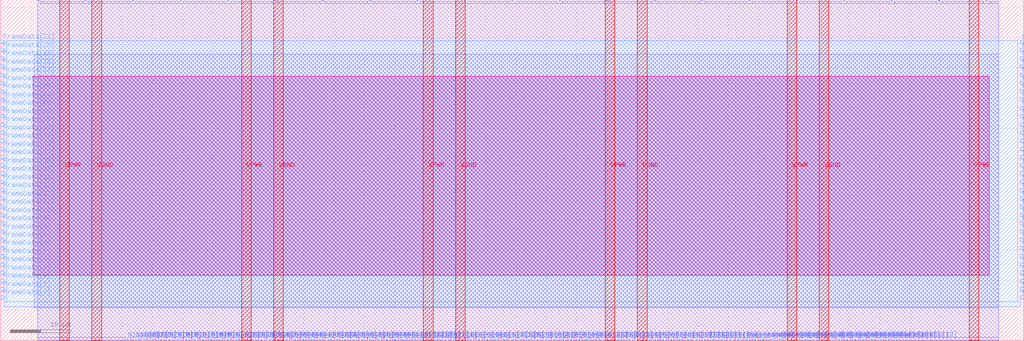
<source format=lef>
VERSION 5.7 ;
  NOWIREEXTENSIONATPIN ON ;
  DIVIDERCHAR "/" ;
  BUSBITCHARS "[]" ;
MACRO N_term_EF_SRAM
  CLASS BLOCK ;
  FOREIGN N_term_EF_SRAM ;
  ORIGIN 0.000 0.000 ;
  SIZE 168.750 BY 56.250 ;
  PIN FrameData[0]
    DIRECTION INPUT ;
    USE SIGNAL ;
    ANTENNAGATEAREA 0.631200 ;
    ANTENNADIFFAREA 0.434700 ;
    PORT
      LAYER met3 ;
        RECT 0.000 6.840 0.600 7.440 ;
    END
  END FrameData[0]
  PIN FrameData[10]
    DIRECTION INPUT ;
    USE SIGNAL ;
    ANTENNAGATEAREA 0.631200 ;
    ANTENNADIFFAREA 0.434700 ;
    PORT
      LAYER met3 ;
        RECT 0.000 20.440 0.600 21.040 ;
    END
  END FrameData[10]
  PIN FrameData[11]
    DIRECTION INPUT ;
    USE SIGNAL ;
    ANTENNAGATEAREA 0.631200 ;
    ANTENNADIFFAREA 0.434700 ;
    PORT
      LAYER met3 ;
        RECT 0.000 21.800 0.600 22.400 ;
    END
  END FrameData[11]
  PIN FrameData[12]
    DIRECTION INPUT ;
    USE SIGNAL ;
    ANTENNAGATEAREA 0.631200 ;
    ANTENNADIFFAREA 0.434700 ;
    PORT
      LAYER met3 ;
        RECT 0.000 23.160 0.600 23.760 ;
    END
  END FrameData[12]
  PIN FrameData[13]
    DIRECTION INPUT ;
    USE SIGNAL ;
    ANTENNAGATEAREA 0.631200 ;
    ANTENNADIFFAREA 0.434700 ;
    PORT
      LAYER met3 ;
        RECT 0.000 24.520 0.600 25.120 ;
    END
  END FrameData[13]
  PIN FrameData[14]
    DIRECTION INPUT ;
    USE SIGNAL ;
    ANTENNAGATEAREA 0.196500 ;
    PORT
      LAYER met3 ;
        RECT 0.000 25.880 0.600 26.480 ;
    END
  END FrameData[14]
  PIN FrameData[15]
    DIRECTION INPUT ;
    USE SIGNAL ;
    ANTENNAGATEAREA 0.631200 ;
    ANTENNADIFFAREA 0.434700 ;
    PORT
      LAYER met3 ;
        RECT 0.000 27.240 0.600 27.840 ;
    END
  END FrameData[15]
  PIN FrameData[16]
    DIRECTION INPUT ;
    USE SIGNAL ;
    ANTENNAGATEAREA 0.631200 ;
    ANTENNADIFFAREA 0.434700 ;
    PORT
      LAYER met3 ;
        RECT 0.000 28.600 0.600 29.200 ;
    END
  END FrameData[16]
  PIN FrameData[17]
    DIRECTION INPUT ;
    USE SIGNAL ;
    ANTENNAGATEAREA 0.631200 ;
    ANTENNADIFFAREA 0.434700 ;
    PORT
      LAYER met3 ;
        RECT 0.000 29.960 0.600 30.560 ;
    END
  END FrameData[17]
  PIN FrameData[18]
    DIRECTION INPUT ;
    USE SIGNAL ;
    ANTENNAGATEAREA 0.196500 ;
    PORT
      LAYER met3 ;
        RECT 0.000 31.320 0.600 31.920 ;
    END
  END FrameData[18]
  PIN FrameData[19]
    DIRECTION INPUT ;
    USE SIGNAL ;
    ANTENNAGATEAREA 0.631200 ;
    ANTENNADIFFAREA 0.434700 ;
    PORT
      LAYER met3 ;
        RECT 0.000 32.680 0.600 33.280 ;
    END
  END FrameData[19]
  PIN FrameData[1]
    DIRECTION INPUT ;
    USE SIGNAL ;
    ANTENNAGATEAREA 0.631200 ;
    ANTENNADIFFAREA 0.434700 ;
    PORT
      LAYER met3 ;
        RECT 0.000 8.200 0.600 8.800 ;
    END
  END FrameData[1]
  PIN FrameData[20]
    DIRECTION INPUT ;
    USE SIGNAL ;
    ANTENNAGATEAREA 0.196500 ;
    PORT
      LAYER met3 ;
        RECT 0.000 34.040 0.600 34.640 ;
    END
  END FrameData[20]
  PIN FrameData[21]
    DIRECTION INPUT ;
    USE SIGNAL ;
    ANTENNAGATEAREA 0.196500 ;
    PORT
      LAYER met3 ;
        RECT 0.000 35.400 0.600 36.000 ;
    END
  END FrameData[21]
  PIN FrameData[22]
    DIRECTION INPUT ;
    USE SIGNAL ;
    ANTENNAGATEAREA 0.631200 ;
    ANTENNADIFFAREA 0.434700 ;
    PORT
      LAYER met3 ;
        RECT 0.000 36.760 0.600 37.360 ;
    END
  END FrameData[22]
  PIN FrameData[23]
    DIRECTION INPUT ;
    USE SIGNAL ;
    ANTENNAGATEAREA 0.196500 ;
    PORT
      LAYER met3 ;
        RECT 0.000 38.120 0.600 38.720 ;
    END
  END FrameData[23]
  PIN FrameData[24]
    DIRECTION INPUT ;
    USE SIGNAL ;
    ANTENNAGATEAREA 0.631200 ;
    ANTENNADIFFAREA 0.434700 ;
    PORT
      LAYER met3 ;
        RECT 0.000 39.480 0.600 40.080 ;
    END
  END FrameData[24]
  PIN FrameData[25]
    DIRECTION INPUT ;
    USE SIGNAL ;
    ANTENNAGATEAREA 0.631200 ;
    ANTENNADIFFAREA 0.434700 ;
    PORT
      LAYER met3 ;
        RECT 0.000 40.840 0.600 41.440 ;
    END
  END FrameData[25]
  PIN FrameData[26]
    DIRECTION INPUT ;
    USE SIGNAL ;
    ANTENNAGATEAREA 0.631200 ;
    ANTENNADIFFAREA 0.434700 ;
    PORT
      LAYER met3 ;
        RECT 0.000 42.200 0.600 42.800 ;
    END
  END FrameData[26]
  PIN FrameData[27]
    DIRECTION INPUT ;
    USE SIGNAL ;
    ANTENNAGATEAREA 0.196500 ;
    PORT
      LAYER met3 ;
        RECT 0.000 43.560 0.600 44.160 ;
    END
  END FrameData[27]
  PIN FrameData[28]
    DIRECTION INPUT ;
    USE SIGNAL ;
    ANTENNAGATEAREA 0.196500 ;
    PORT
      LAYER met3 ;
        RECT 0.000 44.920 0.600 45.520 ;
    END
  END FrameData[28]
  PIN FrameData[29]
    DIRECTION INPUT ;
    USE SIGNAL ;
    ANTENNAGATEAREA 0.196500 ;
    PORT
      LAYER met3 ;
        RECT 0.000 46.280 0.600 46.880 ;
    END
  END FrameData[29]
  PIN FrameData[2]
    DIRECTION INPUT ;
    USE SIGNAL ;
    ANTENNAGATEAREA 0.631200 ;
    ANTENNADIFFAREA 0.434700 ;
    PORT
      LAYER met3 ;
        RECT 0.000 9.560 0.600 10.160 ;
    END
  END FrameData[2]
  PIN FrameData[30]
    DIRECTION INPUT ;
    USE SIGNAL ;
    ANTENNAGATEAREA 0.196500 ;
    PORT
      LAYER met3 ;
        RECT 0.000 47.640 0.600 48.240 ;
    END
  END FrameData[30]
  PIN FrameData[31]
    DIRECTION INPUT ;
    USE SIGNAL ;
    ANTENNAGATEAREA 0.631200 ;
    ANTENNADIFFAREA 0.434700 ;
    PORT
      LAYER met3 ;
        RECT 0.000 49.000 0.600 49.600 ;
    END
  END FrameData[31]
  PIN FrameData[3]
    DIRECTION INPUT ;
    USE SIGNAL ;
    ANTENNAGATEAREA 0.631200 ;
    ANTENNADIFFAREA 0.434700 ;
    PORT
      LAYER met3 ;
        RECT 0.000 10.920 0.600 11.520 ;
    END
  END FrameData[3]
  PIN FrameData[4]
    DIRECTION INPUT ;
    USE SIGNAL ;
    ANTENNAGATEAREA 0.631200 ;
    ANTENNADIFFAREA 0.434700 ;
    PORT
      LAYER met3 ;
        RECT 0.000 12.280 0.600 12.880 ;
    END
  END FrameData[4]
  PIN FrameData[5]
    DIRECTION INPUT ;
    USE SIGNAL ;
    ANTENNAGATEAREA 0.631200 ;
    ANTENNADIFFAREA 0.434700 ;
    PORT
      LAYER met3 ;
        RECT 0.000 13.640 0.600 14.240 ;
    END
  END FrameData[5]
  PIN FrameData[6]
    DIRECTION INPUT ;
    USE SIGNAL ;
    ANTENNAGATEAREA 0.631200 ;
    ANTENNADIFFAREA 0.434700 ;
    PORT
      LAYER met3 ;
        RECT 0.000 15.000 0.600 15.600 ;
    END
  END FrameData[6]
  PIN FrameData[7]
    DIRECTION INPUT ;
    USE SIGNAL ;
    ANTENNAGATEAREA 0.631200 ;
    ANTENNADIFFAREA 0.434700 ;
    PORT
      LAYER met3 ;
        RECT 0.000 16.360 0.600 16.960 ;
    END
  END FrameData[7]
  PIN FrameData[8]
    DIRECTION INPUT ;
    USE SIGNAL ;
    ANTENNAGATEAREA 0.631200 ;
    ANTENNADIFFAREA 0.434700 ;
    PORT
      LAYER met3 ;
        RECT 0.000 17.720 0.600 18.320 ;
    END
  END FrameData[8]
  PIN FrameData[9]
    DIRECTION INPUT ;
    USE SIGNAL ;
    ANTENNAGATEAREA 0.631200 ;
    ANTENNADIFFAREA 0.434700 ;
    PORT
      LAYER met3 ;
        RECT 0.000 19.080 0.600 19.680 ;
    END
  END FrameData[9]
  PIN FrameData_O[0]
    DIRECTION OUTPUT ;
    USE SIGNAL ;
    ANTENNADIFFAREA 0.445500 ;
    PORT
      LAYER met3 ;
        RECT 168.150 6.840 168.750 7.440 ;
    END
  END FrameData_O[0]
  PIN FrameData_O[10]
    DIRECTION OUTPUT ;
    USE SIGNAL ;
    ANTENNADIFFAREA 0.445500 ;
    PORT
      LAYER met3 ;
        RECT 168.150 20.440 168.750 21.040 ;
    END
  END FrameData_O[10]
  PIN FrameData_O[11]
    DIRECTION OUTPUT ;
    USE SIGNAL ;
    ANTENNADIFFAREA 0.445500 ;
    PORT
      LAYER met3 ;
        RECT 168.150 21.800 168.750 22.400 ;
    END
  END FrameData_O[11]
  PIN FrameData_O[12]
    DIRECTION OUTPUT ;
    USE SIGNAL ;
    ANTENNADIFFAREA 0.445500 ;
    PORT
      LAYER met3 ;
        RECT 168.150 23.160 168.750 23.760 ;
    END
  END FrameData_O[12]
  PIN FrameData_O[13]
    DIRECTION OUTPUT ;
    USE SIGNAL ;
    ANTENNADIFFAREA 0.445500 ;
    PORT
      LAYER met3 ;
        RECT 168.150 24.520 168.750 25.120 ;
    END
  END FrameData_O[13]
  PIN FrameData_O[14]
    DIRECTION OUTPUT ;
    USE SIGNAL ;
    ANTENNADIFFAREA 0.445500 ;
    PORT
      LAYER met3 ;
        RECT 168.150 25.880 168.750 26.480 ;
    END
  END FrameData_O[14]
  PIN FrameData_O[15]
    DIRECTION OUTPUT ;
    USE SIGNAL ;
    ANTENNADIFFAREA 0.445500 ;
    PORT
      LAYER met3 ;
        RECT 168.150 27.240 168.750 27.840 ;
    END
  END FrameData_O[15]
  PIN FrameData_O[16]
    DIRECTION OUTPUT ;
    USE SIGNAL ;
    ANTENNADIFFAREA 0.445500 ;
    PORT
      LAYER met3 ;
        RECT 168.150 28.600 168.750 29.200 ;
    END
  END FrameData_O[16]
  PIN FrameData_O[17]
    DIRECTION OUTPUT ;
    USE SIGNAL ;
    ANTENNADIFFAREA 0.445500 ;
    PORT
      LAYER met3 ;
        RECT 168.150 29.960 168.750 30.560 ;
    END
  END FrameData_O[17]
  PIN FrameData_O[18]
    DIRECTION OUTPUT ;
    USE SIGNAL ;
    ANTENNADIFFAREA 0.445500 ;
    PORT
      LAYER met3 ;
        RECT 168.150 31.320 168.750 31.920 ;
    END
  END FrameData_O[18]
  PIN FrameData_O[19]
    DIRECTION OUTPUT ;
    USE SIGNAL ;
    ANTENNADIFFAREA 0.445500 ;
    PORT
      LAYER met3 ;
        RECT 168.150 32.680 168.750 33.280 ;
    END
  END FrameData_O[19]
  PIN FrameData_O[1]
    DIRECTION OUTPUT ;
    USE SIGNAL ;
    ANTENNADIFFAREA 0.445500 ;
    PORT
      LAYER met3 ;
        RECT 168.150 8.200 168.750 8.800 ;
    END
  END FrameData_O[1]
  PIN FrameData_O[20]
    DIRECTION OUTPUT ;
    USE SIGNAL ;
    ANTENNADIFFAREA 0.445500 ;
    PORT
      LAYER met3 ;
        RECT 168.150 34.040 168.750 34.640 ;
    END
  END FrameData_O[20]
  PIN FrameData_O[21]
    DIRECTION OUTPUT ;
    USE SIGNAL ;
    ANTENNADIFFAREA 0.445500 ;
    PORT
      LAYER met3 ;
        RECT 168.150 35.400 168.750 36.000 ;
    END
  END FrameData_O[21]
  PIN FrameData_O[22]
    DIRECTION OUTPUT ;
    USE SIGNAL ;
    ANTENNADIFFAREA 0.445500 ;
    PORT
      LAYER met3 ;
        RECT 168.150 36.760 168.750 37.360 ;
    END
  END FrameData_O[22]
  PIN FrameData_O[23]
    DIRECTION OUTPUT ;
    USE SIGNAL ;
    ANTENNADIFFAREA 0.445500 ;
    PORT
      LAYER met3 ;
        RECT 168.150 38.120 168.750 38.720 ;
    END
  END FrameData_O[23]
  PIN FrameData_O[24]
    DIRECTION OUTPUT ;
    USE SIGNAL ;
    ANTENNADIFFAREA 0.445500 ;
    PORT
      LAYER met3 ;
        RECT 168.150 39.480 168.750 40.080 ;
    END
  END FrameData_O[24]
  PIN FrameData_O[25]
    DIRECTION OUTPUT ;
    USE SIGNAL ;
    ANTENNADIFFAREA 0.445500 ;
    PORT
      LAYER met3 ;
        RECT 168.150 40.840 168.750 41.440 ;
    END
  END FrameData_O[25]
  PIN FrameData_O[26]
    DIRECTION OUTPUT ;
    USE SIGNAL ;
    ANTENNADIFFAREA 0.445500 ;
    PORT
      LAYER met3 ;
        RECT 168.150 42.200 168.750 42.800 ;
    END
  END FrameData_O[26]
  PIN FrameData_O[27]
    DIRECTION OUTPUT ;
    USE SIGNAL ;
    ANTENNADIFFAREA 0.445500 ;
    PORT
      LAYER met3 ;
        RECT 168.150 43.560 168.750 44.160 ;
    END
  END FrameData_O[27]
  PIN FrameData_O[28]
    DIRECTION OUTPUT ;
    USE SIGNAL ;
    ANTENNADIFFAREA 0.445500 ;
    PORT
      LAYER met3 ;
        RECT 168.150 44.920 168.750 45.520 ;
    END
  END FrameData_O[28]
  PIN FrameData_O[29]
    DIRECTION OUTPUT ;
    USE SIGNAL ;
    ANTENNADIFFAREA 0.445500 ;
    PORT
      LAYER met3 ;
        RECT 168.150 46.280 168.750 46.880 ;
    END
  END FrameData_O[29]
  PIN FrameData_O[2]
    DIRECTION OUTPUT ;
    USE SIGNAL ;
    ANTENNADIFFAREA 0.445500 ;
    PORT
      LAYER met3 ;
        RECT 168.150 9.560 168.750 10.160 ;
    END
  END FrameData_O[2]
  PIN FrameData_O[30]
    DIRECTION OUTPUT ;
    USE SIGNAL ;
    ANTENNADIFFAREA 0.445500 ;
    PORT
      LAYER met3 ;
        RECT 168.150 47.640 168.750 48.240 ;
    END
  END FrameData_O[30]
  PIN FrameData_O[31]
    DIRECTION OUTPUT ;
    USE SIGNAL ;
    ANTENNADIFFAREA 0.445500 ;
    PORT
      LAYER met3 ;
        RECT 168.150 49.000 168.750 49.600 ;
    END
  END FrameData_O[31]
  PIN FrameData_O[3]
    DIRECTION OUTPUT ;
    USE SIGNAL ;
    ANTENNADIFFAREA 0.445500 ;
    PORT
      LAYER met3 ;
        RECT 168.150 10.920 168.750 11.520 ;
    END
  END FrameData_O[3]
  PIN FrameData_O[4]
    DIRECTION OUTPUT ;
    USE SIGNAL ;
    ANTENNADIFFAREA 0.445500 ;
    PORT
      LAYER met3 ;
        RECT 168.150 12.280 168.750 12.880 ;
    END
  END FrameData_O[4]
  PIN FrameData_O[5]
    DIRECTION OUTPUT ;
    USE SIGNAL ;
    ANTENNADIFFAREA 0.445500 ;
    PORT
      LAYER met3 ;
        RECT 168.150 13.640 168.750 14.240 ;
    END
  END FrameData_O[5]
  PIN FrameData_O[6]
    DIRECTION OUTPUT ;
    USE SIGNAL ;
    ANTENNADIFFAREA 0.445500 ;
    PORT
      LAYER met3 ;
        RECT 168.150 15.000 168.750 15.600 ;
    END
  END FrameData_O[6]
  PIN FrameData_O[7]
    DIRECTION OUTPUT ;
    USE SIGNAL ;
    ANTENNADIFFAREA 0.445500 ;
    PORT
      LAYER met3 ;
        RECT 168.150 16.360 168.750 16.960 ;
    END
  END FrameData_O[7]
  PIN FrameData_O[8]
    DIRECTION OUTPUT ;
    USE SIGNAL ;
    ANTENNADIFFAREA 0.445500 ;
    PORT
      LAYER met3 ;
        RECT 168.150 17.720 168.750 18.320 ;
    END
  END FrameData_O[8]
  PIN FrameData_O[9]
    DIRECTION OUTPUT ;
    USE SIGNAL ;
    ANTENNADIFFAREA 0.445500 ;
    PORT
      LAYER met3 ;
        RECT 168.150 19.080 168.750 19.680 ;
    END
  END FrameData_O[9]
  PIN FrameStrobe[0]
    DIRECTION INPUT ;
    USE SIGNAL ;
    ANTENNAGATEAREA 0.196500 ;
    PORT
      LAYER met2 ;
        RECT 121.530 0.000 121.810 0.280 ;
    END
  END FrameStrobe[0]
  PIN FrameStrobe[10]
    DIRECTION INPUT ;
    USE SIGNAL ;
    ANTENNAGATEAREA 0.196500 ;
    PORT
      LAYER met2 ;
        RECT 135.330 0.000 135.610 0.280 ;
    END
  END FrameStrobe[10]
  PIN FrameStrobe[11]
    DIRECTION INPUT ;
    USE SIGNAL ;
    ANTENNAGATEAREA 0.196500 ;
    PORT
      LAYER met2 ;
        RECT 136.710 0.000 136.990 0.280 ;
    END
  END FrameStrobe[11]
  PIN FrameStrobe[12]
    DIRECTION INPUT ;
    USE SIGNAL ;
    ANTENNAGATEAREA 0.196500 ;
    PORT
      LAYER met2 ;
        RECT 138.090 0.000 138.370 0.280 ;
    END
  END FrameStrobe[12]
  PIN FrameStrobe[13]
    DIRECTION INPUT ;
    USE SIGNAL ;
    ANTENNAGATEAREA 0.196500 ;
    PORT
      LAYER met2 ;
        RECT 139.470 0.000 139.750 0.280 ;
    END
  END FrameStrobe[13]
  PIN FrameStrobe[14]
    DIRECTION INPUT ;
    USE SIGNAL ;
    ANTENNAGATEAREA 0.196500 ;
    PORT
      LAYER met2 ;
        RECT 140.850 0.000 141.130 0.280 ;
    END
  END FrameStrobe[14]
  PIN FrameStrobe[15]
    DIRECTION INPUT ;
    USE SIGNAL ;
    ANTENNAGATEAREA 0.196500 ;
    PORT
      LAYER met2 ;
        RECT 142.230 0.000 142.510 0.280 ;
    END
  END FrameStrobe[15]
  PIN FrameStrobe[16]
    DIRECTION INPUT ;
    USE SIGNAL ;
    ANTENNAGATEAREA 0.196500 ;
    PORT
      LAYER met2 ;
        RECT 143.610 0.000 143.890 0.280 ;
    END
  END FrameStrobe[16]
  PIN FrameStrobe[17]
    DIRECTION INPUT ;
    USE SIGNAL ;
    ANTENNAGATEAREA 0.196500 ;
    PORT
      LAYER met2 ;
        RECT 144.990 0.000 145.270 0.280 ;
    END
  END FrameStrobe[17]
  PIN FrameStrobe[18]
    DIRECTION INPUT ;
    USE SIGNAL ;
    ANTENNAGATEAREA 0.196500 ;
    PORT
      LAYER met2 ;
        RECT 146.370 0.000 146.650 0.280 ;
    END
  END FrameStrobe[18]
  PIN FrameStrobe[19]
    DIRECTION INPUT ;
    USE SIGNAL ;
    ANTENNAGATEAREA 0.196500 ;
    PORT
      LAYER met2 ;
        RECT 147.750 0.000 148.030 0.280 ;
    END
  END FrameStrobe[19]
  PIN FrameStrobe[1]
    DIRECTION INPUT ;
    USE SIGNAL ;
    ANTENNAGATEAREA 0.196500 ;
    PORT
      LAYER met2 ;
        RECT 122.910 0.000 123.190 0.280 ;
    END
  END FrameStrobe[1]
  PIN FrameStrobe[2]
    DIRECTION INPUT ;
    USE SIGNAL ;
    ANTENNAGATEAREA 0.196500 ;
    PORT
      LAYER met2 ;
        RECT 124.290 0.000 124.570 0.280 ;
    END
  END FrameStrobe[2]
  PIN FrameStrobe[3]
    DIRECTION INPUT ;
    USE SIGNAL ;
    ANTENNAGATEAREA 0.631200 ;
    ANTENNADIFFAREA 0.434700 ;
    PORT
      LAYER met2 ;
        RECT 125.670 0.000 125.950 0.280 ;
    END
  END FrameStrobe[3]
  PIN FrameStrobe[4]
    DIRECTION INPUT ;
    USE SIGNAL ;
    ANTENNAGATEAREA 0.196500 ;
    PORT
      LAYER met2 ;
        RECT 127.050 0.000 127.330 0.280 ;
    END
  END FrameStrobe[4]
  PIN FrameStrobe[5]
    DIRECTION INPUT ;
    USE SIGNAL ;
    ANTENNAGATEAREA 0.196500 ;
    PORT
      LAYER met2 ;
        RECT 128.430 0.000 128.710 0.280 ;
    END
  END FrameStrobe[5]
  PIN FrameStrobe[6]
    DIRECTION INPUT ;
    USE SIGNAL ;
    ANTENNAGATEAREA 0.196500 ;
    PORT
      LAYER met2 ;
        RECT 129.810 0.000 130.090 0.280 ;
    END
  END FrameStrobe[6]
  PIN FrameStrobe[7]
    DIRECTION INPUT ;
    USE SIGNAL ;
    ANTENNAGATEAREA 0.196500 ;
    PORT
      LAYER met2 ;
        RECT 131.190 0.000 131.470 0.280 ;
    END
  END FrameStrobe[7]
  PIN FrameStrobe[8]
    DIRECTION INPUT ;
    USE SIGNAL ;
    ANTENNAGATEAREA 0.196500 ;
    PORT
      LAYER met2 ;
        RECT 132.570 0.000 132.850 0.280 ;
    END
  END FrameStrobe[8]
  PIN FrameStrobe[9]
    DIRECTION INPUT ;
    USE SIGNAL ;
    ANTENNAGATEAREA 0.196500 ;
    PORT
      LAYER met2 ;
        RECT 133.950 0.000 134.230 0.280 ;
    END
  END FrameStrobe[9]
  PIN FrameStrobe_O[0]
    DIRECTION OUTPUT ;
    USE SIGNAL ;
    ANTENNADIFFAREA 0.445500 ;
    PORT
      LAYER met2 ;
        RECT 13.890 55.970 14.170 56.250 ;
    END
  END FrameStrobe_O[0]
  PIN FrameStrobe_O[10]
    DIRECTION OUTPUT ;
    USE SIGNAL ;
    ANTENNADIFFAREA 0.445500 ;
    PORT
      LAYER met2 ;
        RECT 92.090 55.970 92.370 56.250 ;
    END
  END FrameStrobe_O[10]
  PIN FrameStrobe_O[11]
    DIRECTION OUTPUT ;
    USE SIGNAL ;
    ANTENNADIFFAREA 0.445500 ;
    PORT
      LAYER met2 ;
        RECT 99.910 55.970 100.190 56.250 ;
    END
  END FrameStrobe_O[11]
  PIN FrameStrobe_O[12]
    DIRECTION OUTPUT ;
    USE SIGNAL ;
    ANTENNADIFFAREA 0.445500 ;
    PORT
      LAYER met2 ;
        RECT 107.730 55.970 108.010 56.250 ;
    END
  END FrameStrobe_O[12]
  PIN FrameStrobe_O[13]
    DIRECTION OUTPUT ;
    USE SIGNAL ;
    ANTENNADIFFAREA 0.445500 ;
    PORT
      LAYER met2 ;
        RECT 115.550 55.970 115.830 56.250 ;
    END
  END FrameStrobe_O[13]
  PIN FrameStrobe_O[14]
    DIRECTION OUTPUT ;
    USE SIGNAL ;
    ANTENNADIFFAREA 0.445500 ;
    PORT
      LAYER met2 ;
        RECT 123.370 55.970 123.650 56.250 ;
    END
  END FrameStrobe_O[14]
  PIN FrameStrobe_O[15]
    DIRECTION OUTPUT ;
    USE SIGNAL ;
    ANTENNADIFFAREA 0.445500 ;
    PORT
      LAYER met2 ;
        RECT 131.190 55.970 131.470 56.250 ;
    END
  END FrameStrobe_O[15]
  PIN FrameStrobe_O[16]
    DIRECTION OUTPUT ;
    USE SIGNAL ;
    ANTENNADIFFAREA 0.445500 ;
    PORT
      LAYER met2 ;
        RECT 139.010 55.970 139.290 56.250 ;
    END
  END FrameStrobe_O[16]
  PIN FrameStrobe_O[17]
    DIRECTION OUTPUT ;
    USE SIGNAL ;
    ANTENNADIFFAREA 0.445500 ;
    PORT
      LAYER met2 ;
        RECT 146.830 55.970 147.110 56.250 ;
    END
  END FrameStrobe_O[17]
  PIN FrameStrobe_O[18]
    DIRECTION OUTPUT ;
    USE SIGNAL ;
    ANTENNADIFFAREA 0.445500 ;
    PORT
      LAYER met2 ;
        RECT 154.650 55.970 154.930 56.250 ;
    END
  END FrameStrobe_O[18]
  PIN FrameStrobe_O[19]
    DIRECTION OUTPUT ;
    USE SIGNAL ;
    ANTENNADIFFAREA 0.445500 ;
    PORT
      LAYER met2 ;
        RECT 162.470 55.970 162.750 56.250 ;
    END
  END FrameStrobe_O[19]
  PIN FrameStrobe_O[1]
    DIRECTION OUTPUT ;
    USE SIGNAL ;
    ANTENNADIFFAREA 0.445500 ;
    PORT
      LAYER met2 ;
        RECT 21.710 55.970 21.990 56.250 ;
    END
  END FrameStrobe_O[1]
  PIN FrameStrobe_O[2]
    DIRECTION OUTPUT ;
    USE SIGNAL ;
    ANTENNADIFFAREA 0.445500 ;
    PORT
      LAYER met2 ;
        RECT 29.530 55.970 29.810 56.250 ;
    END
  END FrameStrobe_O[2]
  PIN FrameStrobe_O[3]
    DIRECTION OUTPUT ;
    USE SIGNAL ;
    ANTENNADIFFAREA 0.445500 ;
    PORT
      LAYER met2 ;
        RECT 37.350 55.970 37.630 56.250 ;
    END
  END FrameStrobe_O[3]
  PIN FrameStrobe_O[4]
    DIRECTION OUTPUT ;
    USE SIGNAL ;
    ANTENNADIFFAREA 0.445500 ;
    PORT
      LAYER met2 ;
        RECT 45.170 55.970 45.450 56.250 ;
    END
  END FrameStrobe_O[4]
  PIN FrameStrobe_O[5]
    DIRECTION OUTPUT ;
    USE SIGNAL ;
    ANTENNADIFFAREA 0.445500 ;
    PORT
      LAYER met2 ;
        RECT 52.990 55.970 53.270 56.250 ;
    END
  END FrameStrobe_O[5]
  PIN FrameStrobe_O[6]
    DIRECTION OUTPUT ;
    USE SIGNAL ;
    ANTENNADIFFAREA 0.445500 ;
    PORT
      LAYER met2 ;
        RECT 60.810 55.970 61.090 56.250 ;
    END
  END FrameStrobe_O[6]
  PIN FrameStrobe_O[7]
    DIRECTION OUTPUT ;
    USE SIGNAL ;
    ANTENNADIFFAREA 0.445500 ;
    PORT
      LAYER met2 ;
        RECT 68.630 55.970 68.910 56.250 ;
    END
  END FrameStrobe_O[7]
  PIN FrameStrobe_O[8]
    DIRECTION OUTPUT ;
    USE SIGNAL ;
    ANTENNADIFFAREA 0.445500 ;
    PORT
      LAYER met2 ;
        RECT 76.450 55.970 76.730 56.250 ;
    END
  END FrameStrobe_O[8]
  PIN FrameStrobe_O[9]
    DIRECTION OUTPUT ;
    USE SIGNAL ;
    ANTENNADIFFAREA 0.445500 ;
    PORT
      LAYER met2 ;
        RECT 84.270 55.970 84.550 56.250 ;
    END
  END FrameStrobe_O[9]
  PIN N1END[0]
    DIRECTION INPUT ;
    USE SIGNAL ;
    ANTENNAGATEAREA 0.196500 ;
    PORT
      LAYER met2 ;
        RECT 20.790 0.000 21.070 0.280 ;
    END
  END N1END[0]
  PIN N1END[1]
    DIRECTION INPUT ;
    USE SIGNAL ;
    ANTENNAGATEAREA 0.196500 ;
    PORT
      LAYER met2 ;
        RECT 22.170 0.000 22.450 0.280 ;
    END
  END N1END[1]
  PIN N1END[2]
    DIRECTION INPUT ;
    USE SIGNAL ;
    ANTENNAGATEAREA 0.196500 ;
    PORT
      LAYER met2 ;
        RECT 23.550 0.000 23.830 0.280 ;
    END
  END N1END[2]
  PIN N1END[3]
    DIRECTION INPUT ;
    USE SIGNAL ;
    ANTENNAGATEAREA 0.196500 ;
    PORT
      LAYER met2 ;
        RECT 24.930 0.000 25.210 0.280 ;
    END
  END N1END[3]
  PIN N2END[0]
    DIRECTION INPUT ;
    USE SIGNAL ;
    ANTENNAGATEAREA 0.196500 ;
    PORT
      LAYER met2 ;
        RECT 37.350 0.000 37.630 0.280 ;
    END
  END N2END[0]
  PIN N2END[1]
    DIRECTION INPUT ;
    USE SIGNAL ;
    ANTENNAGATEAREA 0.196500 ;
    PORT
      LAYER met2 ;
        RECT 38.730 0.000 39.010 0.280 ;
    END
  END N2END[1]
  PIN N2END[2]
    DIRECTION INPUT ;
    USE SIGNAL ;
    ANTENNAGATEAREA 0.196500 ;
    PORT
      LAYER met2 ;
        RECT 40.110 0.000 40.390 0.280 ;
    END
  END N2END[2]
  PIN N2END[3]
    DIRECTION INPUT ;
    USE SIGNAL ;
    ANTENNAGATEAREA 0.196500 ;
    PORT
      LAYER met2 ;
        RECT 41.490 0.000 41.770 0.280 ;
    END
  END N2END[3]
  PIN N2END[4]
    DIRECTION INPUT ;
    USE SIGNAL ;
    ANTENNAGATEAREA 0.196500 ;
    PORT
      LAYER met2 ;
        RECT 42.870 0.000 43.150 0.280 ;
    END
  END N2END[4]
  PIN N2END[5]
    DIRECTION INPUT ;
    USE SIGNAL ;
    ANTENNAGATEAREA 0.196500 ;
    PORT
      LAYER met2 ;
        RECT 44.250 0.000 44.530 0.280 ;
    END
  END N2END[5]
  PIN N2END[6]
    DIRECTION INPUT ;
    USE SIGNAL ;
    ANTENNAGATEAREA 0.196500 ;
    PORT
      LAYER met2 ;
        RECT 45.630 0.000 45.910 0.280 ;
    END
  END N2END[6]
  PIN N2END[7]
    DIRECTION INPUT ;
    USE SIGNAL ;
    ANTENNAGATEAREA 0.196500 ;
    PORT
      LAYER met2 ;
        RECT 47.010 0.000 47.290 0.280 ;
    END
  END N2END[7]
  PIN N2MID[0]
    DIRECTION INPUT ;
    USE SIGNAL ;
    ANTENNAGATEAREA 0.196500 ;
    PORT
      LAYER met2 ;
        RECT 26.310 0.000 26.590 0.280 ;
    END
  END N2MID[0]
  PIN N2MID[1]
    DIRECTION INPUT ;
    USE SIGNAL ;
    ANTENNAGATEAREA 0.196500 ;
    PORT
      LAYER met2 ;
        RECT 27.690 0.000 27.970 0.280 ;
    END
  END N2MID[1]
  PIN N2MID[2]
    DIRECTION INPUT ;
    USE SIGNAL ;
    ANTENNAGATEAREA 0.196500 ;
    PORT
      LAYER met2 ;
        RECT 29.070 0.000 29.350 0.280 ;
    END
  END N2MID[2]
  PIN N2MID[3]
    DIRECTION INPUT ;
    USE SIGNAL ;
    ANTENNAGATEAREA 0.196500 ;
    PORT
      LAYER met2 ;
        RECT 30.450 0.000 30.730 0.280 ;
    END
  END N2MID[3]
  PIN N2MID[4]
    DIRECTION INPUT ;
    USE SIGNAL ;
    ANTENNAGATEAREA 0.196500 ;
    PORT
      LAYER met2 ;
        RECT 31.830 0.000 32.110 0.280 ;
    END
  END N2MID[4]
  PIN N2MID[5]
    DIRECTION INPUT ;
    USE SIGNAL ;
    ANTENNAGATEAREA 0.196500 ;
    PORT
      LAYER met2 ;
        RECT 33.210 0.000 33.490 0.280 ;
    END
  END N2MID[5]
  PIN N2MID[6]
    DIRECTION INPUT ;
    USE SIGNAL ;
    ANTENNAGATEAREA 0.196500 ;
    PORT
      LAYER met2 ;
        RECT 34.590 0.000 34.870 0.280 ;
    END
  END N2MID[6]
  PIN N2MID[7]
    DIRECTION INPUT ;
    USE SIGNAL ;
    ANTENNAGATEAREA 0.196500 ;
    PORT
      LAYER met2 ;
        RECT 35.970 0.000 36.250 0.280 ;
    END
  END N2MID[7]
  PIN N4END[0]
    DIRECTION INPUT ;
    USE SIGNAL ;
    ANTENNAGATEAREA 0.196500 ;
    PORT
      LAYER met2 ;
        RECT 48.390 0.000 48.670 0.280 ;
    END
  END N4END[0]
  PIN N4END[10]
    DIRECTION INPUT ;
    USE SIGNAL ;
    ANTENNAGATEAREA 0.196500 ;
    PORT
      LAYER met2 ;
        RECT 62.190 0.000 62.470 0.280 ;
    END
  END N4END[10]
  PIN N4END[11]
    DIRECTION INPUT ;
    USE SIGNAL ;
    ANTENNAGATEAREA 0.196500 ;
    PORT
      LAYER met2 ;
        RECT 63.570 0.000 63.850 0.280 ;
    END
  END N4END[11]
  PIN N4END[12]
    DIRECTION INPUT ;
    USE SIGNAL ;
    ANTENNAGATEAREA 0.196500 ;
    PORT
      LAYER met2 ;
        RECT 64.950 0.000 65.230 0.280 ;
    END
  END N4END[12]
  PIN N4END[13]
    DIRECTION INPUT ;
    USE SIGNAL ;
    ANTENNAGATEAREA 0.196500 ;
    PORT
      LAYER met2 ;
        RECT 66.330 0.000 66.610 0.280 ;
    END
  END N4END[13]
  PIN N4END[14]
    DIRECTION INPUT ;
    USE SIGNAL ;
    ANTENNAGATEAREA 0.196500 ;
    PORT
      LAYER met2 ;
        RECT 67.710 0.000 67.990 0.280 ;
    END
  END N4END[14]
  PIN N4END[15]
    DIRECTION INPUT ;
    USE SIGNAL ;
    ANTENNAGATEAREA 0.196500 ;
    PORT
      LAYER met2 ;
        RECT 69.090 0.000 69.370 0.280 ;
    END
  END N4END[15]
  PIN N4END[1]
    DIRECTION INPUT ;
    USE SIGNAL ;
    ANTENNAGATEAREA 0.196500 ;
    PORT
      LAYER met2 ;
        RECT 49.770 0.000 50.050 0.280 ;
    END
  END N4END[1]
  PIN N4END[2]
    DIRECTION INPUT ;
    USE SIGNAL ;
    ANTENNAGATEAREA 0.631200 ;
    ANTENNADIFFAREA 0.434700 ;
    PORT
      LAYER met2 ;
        RECT 51.150 0.000 51.430 0.280 ;
    END
  END N4END[2]
  PIN N4END[3]
    DIRECTION INPUT ;
    USE SIGNAL ;
    ANTENNAGATEAREA 0.196500 ;
    PORT
      LAYER met2 ;
        RECT 52.530 0.000 52.810 0.280 ;
    END
  END N4END[3]
  PIN N4END[4]
    DIRECTION INPUT ;
    USE SIGNAL ;
    ANTENNAGATEAREA 0.196500 ;
    PORT
      LAYER met2 ;
        RECT 53.910 0.000 54.190 0.280 ;
    END
  END N4END[4]
  PIN N4END[5]
    DIRECTION INPUT ;
    USE SIGNAL ;
    ANTENNAGATEAREA 0.196500 ;
    PORT
      LAYER met2 ;
        RECT 55.290 0.000 55.570 0.280 ;
    END
  END N4END[5]
  PIN N4END[6]
    DIRECTION INPUT ;
    USE SIGNAL ;
    ANTENNAGATEAREA 0.196500 ;
    PORT
      LAYER met2 ;
        RECT 56.670 0.000 56.950 0.280 ;
    END
  END N4END[6]
  PIN N4END[7]
    DIRECTION INPUT ;
    USE SIGNAL ;
    ANTENNAGATEAREA 0.196500 ;
    PORT
      LAYER met2 ;
        RECT 58.050 0.000 58.330 0.280 ;
    END
  END N4END[7]
  PIN N4END[8]
    DIRECTION INPUT ;
    USE SIGNAL ;
    ANTENNAGATEAREA 0.196500 ;
    PORT
      LAYER met2 ;
        RECT 59.430 0.000 59.710 0.280 ;
    END
  END N4END[8]
  PIN N4END[9]
    DIRECTION INPUT ;
    USE SIGNAL ;
    ANTENNAGATEAREA 0.196500 ;
    PORT
      LAYER met2 ;
        RECT 60.810 0.000 61.090 0.280 ;
    END
  END N4END[9]
  PIN S1BEG[0]
    DIRECTION OUTPUT ;
    USE SIGNAL ;
    ANTENNADIFFAREA 0.445500 ;
    PORT
      LAYER met2 ;
        RECT 70.470 0.000 70.750 0.280 ;
    END
  END S1BEG[0]
  PIN S1BEG[1]
    DIRECTION OUTPUT ;
    USE SIGNAL ;
    ANTENNADIFFAREA 0.445500 ;
    PORT
      LAYER met2 ;
        RECT 71.850 0.000 72.130 0.280 ;
    END
  END S1BEG[1]
  PIN S1BEG[2]
    DIRECTION OUTPUT ;
    USE SIGNAL ;
    ANTENNADIFFAREA 0.445500 ;
    PORT
      LAYER met2 ;
        RECT 73.230 0.000 73.510 0.280 ;
    END
  END S1BEG[2]
  PIN S1BEG[3]
    DIRECTION OUTPUT ;
    USE SIGNAL ;
    ANTENNADIFFAREA 0.445500 ;
    PORT
      LAYER met2 ;
        RECT 74.610 0.000 74.890 0.280 ;
    END
  END S1BEG[3]
  PIN S2BEG[0]
    DIRECTION OUTPUT ;
    USE SIGNAL ;
    ANTENNADIFFAREA 0.445500 ;
    PORT
      LAYER met2 ;
        RECT 75.990 0.000 76.270 0.280 ;
    END
  END S2BEG[0]
  PIN S2BEG[1]
    DIRECTION OUTPUT ;
    USE SIGNAL ;
    ANTENNADIFFAREA 0.445500 ;
    PORT
      LAYER met2 ;
        RECT 77.370 0.000 77.650 0.280 ;
    END
  END S2BEG[1]
  PIN S2BEG[2]
    DIRECTION OUTPUT ;
    USE SIGNAL ;
    ANTENNADIFFAREA 0.445500 ;
    PORT
      LAYER met2 ;
        RECT 78.750 0.000 79.030 0.280 ;
    END
  END S2BEG[2]
  PIN S2BEG[3]
    DIRECTION OUTPUT ;
    USE SIGNAL ;
    ANTENNADIFFAREA 0.445500 ;
    PORT
      LAYER met2 ;
        RECT 80.130 0.000 80.410 0.280 ;
    END
  END S2BEG[3]
  PIN S2BEG[4]
    DIRECTION OUTPUT ;
    USE SIGNAL ;
    ANTENNADIFFAREA 0.445500 ;
    PORT
      LAYER met2 ;
        RECT 81.510 0.000 81.790 0.280 ;
    END
  END S2BEG[4]
  PIN S2BEG[5]
    DIRECTION OUTPUT ;
    USE SIGNAL ;
    ANTENNADIFFAREA 0.445500 ;
    PORT
      LAYER met2 ;
        RECT 82.890 0.000 83.170 0.280 ;
    END
  END S2BEG[5]
  PIN S2BEG[6]
    DIRECTION OUTPUT ;
    USE SIGNAL ;
    ANTENNADIFFAREA 0.445500 ;
    PORT
      LAYER met2 ;
        RECT 84.270 0.000 84.550 0.280 ;
    END
  END S2BEG[6]
  PIN S2BEG[7]
    DIRECTION OUTPUT ;
    USE SIGNAL ;
    ANTENNADIFFAREA 0.445500 ;
    PORT
      LAYER met2 ;
        RECT 85.650 0.000 85.930 0.280 ;
    END
  END S2BEG[7]
  PIN S2BEGb[0]
    DIRECTION OUTPUT ;
    USE SIGNAL ;
    ANTENNADIFFAREA 0.445500 ;
    PORT
      LAYER met2 ;
        RECT 87.030 0.000 87.310 0.280 ;
    END
  END S2BEGb[0]
  PIN S2BEGb[1]
    DIRECTION OUTPUT ;
    USE SIGNAL ;
    ANTENNADIFFAREA 0.445500 ;
    PORT
      LAYER met2 ;
        RECT 88.410 0.000 88.690 0.280 ;
    END
  END S2BEGb[1]
  PIN S2BEGb[2]
    DIRECTION OUTPUT ;
    USE SIGNAL ;
    ANTENNADIFFAREA 0.445500 ;
    PORT
      LAYER met2 ;
        RECT 89.790 0.000 90.070 0.280 ;
    END
  END S2BEGb[2]
  PIN S2BEGb[3]
    DIRECTION OUTPUT ;
    USE SIGNAL ;
    ANTENNADIFFAREA 0.445500 ;
    PORT
      LAYER met2 ;
        RECT 91.170 0.000 91.450 0.280 ;
    END
  END S2BEGb[3]
  PIN S2BEGb[4]
    DIRECTION OUTPUT ;
    USE SIGNAL ;
    ANTENNADIFFAREA 0.445500 ;
    PORT
      LAYER met2 ;
        RECT 92.550 0.000 92.830 0.280 ;
    END
  END S2BEGb[4]
  PIN S2BEGb[5]
    DIRECTION OUTPUT ;
    USE SIGNAL ;
    ANTENNADIFFAREA 0.445500 ;
    PORT
      LAYER met2 ;
        RECT 93.930 0.000 94.210 0.280 ;
    END
  END S2BEGb[5]
  PIN S2BEGb[6]
    DIRECTION OUTPUT ;
    USE SIGNAL ;
    ANTENNADIFFAREA 0.445500 ;
    PORT
      LAYER met2 ;
        RECT 95.310 0.000 95.590 0.280 ;
    END
  END S2BEGb[6]
  PIN S2BEGb[7]
    DIRECTION OUTPUT ;
    USE SIGNAL ;
    ANTENNADIFFAREA 0.445500 ;
    PORT
      LAYER met2 ;
        RECT 96.690 0.000 96.970 0.280 ;
    END
  END S2BEGb[7]
  PIN S4BEG[0]
    DIRECTION OUTPUT ;
    USE SIGNAL ;
    ANTENNADIFFAREA 0.445500 ;
    PORT
      LAYER met2 ;
        RECT 98.070 0.000 98.350 0.280 ;
    END
  END S4BEG[0]
  PIN S4BEG[10]
    DIRECTION OUTPUT ;
    USE SIGNAL ;
    ANTENNADIFFAREA 0.445500 ;
    PORT
      LAYER met2 ;
        RECT 111.870 0.000 112.150 0.280 ;
    END
  END S4BEG[10]
  PIN S4BEG[11]
    DIRECTION OUTPUT ;
    USE SIGNAL ;
    ANTENNADIFFAREA 0.445500 ;
    PORT
      LAYER met2 ;
        RECT 113.250 0.000 113.530 0.280 ;
    END
  END S4BEG[11]
  PIN S4BEG[12]
    DIRECTION OUTPUT ;
    USE SIGNAL ;
    ANTENNADIFFAREA 0.445500 ;
    PORT
      LAYER met2 ;
        RECT 114.630 0.000 114.910 0.280 ;
    END
  END S4BEG[12]
  PIN S4BEG[13]
    DIRECTION OUTPUT ;
    USE SIGNAL ;
    ANTENNADIFFAREA 0.445500 ;
    PORT
      LAYER met2 ;
        RECT 116.010 0.000 116.290 0.280 ;
    END
  END S4BEG[13]
  PIN S4BEG[14]
    DIRECTION OUTPUT ;
    USE SIGNAL ;
    ANTENNADIFFAREA 0.445500 ;
    PORT
      LAYER met2 ;
        RECT 117.390 0.000 117.670 0.280 ;
    END
  END S4BEG[14]
  PIN S4BEG[15]
    DIRECTION OUTPUT ;
    USE SIGNAL ;
    ANTENNADIFFAREA 0.445500 ;
    PORT
      LAYER met2 ;
        RECT 118.770 0.000 119.050 0.280 ;
    END
  END S4BEG[15]
  PIN S4BEG[1]
    DIRECTION OUTPUT ;
    USE SIGNAL ;
    ANTENNADIFFAREA 0.445500 ;
    PORT
      LAYER met2 ;
        RECT 99.450 0.000 99.730 0.280 ;
    END
  END S4BEG[1]
  PIN S4BEG[2]
    DIRECTION OUTPUT ;
    USE SIGNAL ;
    ANTENNADIFFAREA 0.445500 ;
    PORT
      LAYER met2 ;
        RECT 100.830 0.000 101.110 0.280 ;
    END
  END S4BEG[2]
  PIN S4BEG[3]
    DIRECTION OUTPUT ;
    USE SIGNAL ;
    ANTENNADIFFAREA 0.445500 ;
    PORT
      LAYER met2 ;
        RECT 102.210 0.000 102.490 0.280 ;
    END
  END S4BEG[3]
  PIN S4BEG[4]
    DIRECTION OUTPUT ;
    USE SIGNAL ;
    ANTENNADIFFAREA 0.445500 ;
    PORT
      LAYER met2 ;
        RECT 103.590 0.000 103.870 0.280 ;
    END
  END S4BEG[4]
  PIN S4BEG[5]
    DIRECTION OUTPUT ;
    USE SIGNAL ;
    ANTENNADIFFAREA 0.445500 ;
    PORT
      LAYER met2 ;
        RECT 104.970 0.000 105.250 0.280 ;
    END
  END S4BEG[5]
  PIN S4BEG[6]
    DIRECTION OUTPUT ;
    USE SIGNAL ;
    ANTENNADIFFAREA 0.445500 ;
    PORT
      LAYER met2 ;
        RECT 106.350 0.000 106.630 0.280 ;
    END
  END S4BEG[6]
  PIN S4BEG[7]
    DIRECTION OUTPUT ;
    USE SIGNAL ;
    ANTENNADIFFAREA 0.445500 ;
    PORT
      LAYER met2 ;
        RECT 107.730 0.000 108.010 0.280 ;
    END
  END S4BEG[7]
  PIN S4BEG[8]
    DIRECTION OUTPUT ;
    USE SIGNAL ;
    ANTENNADIFFAREA 0.445500 ;
    PORT
      LAYER met2 ;
        RECT 109.110 0.000 109.390 0.280 ;
    END
  END S4BEG[8]
  PIN S4BEG[9]
    DIRECTION OUTPUT ;
    USE SIGNAL ;
    ANTENNADIFFAREA 0.445500 ;
    PORT
      LAYER met2 ;
        RECT 110.490 0.000 110.770 0.280 ;
    END
  END S4BEG[9]
  PIN UserCLK
    DIRECTION INPUT ;
    USE SIGNAL ;
    ANTENNAGATEAREA 0.159000 ;
    PORT
      LAYER met2 ;
        RECT 120.150 0.000 120.430 0.280 ;
    END
  END UserCLK
  PIN UserCLKo
    DIRECTION OUTPUT ;
    USE SIGNAL ;
    ANTENNADIFFAREA 0.340600 ;
    PORT
      LAYER met2 ;
        RECT 6.070 55.970 6.350 56.250 ;
    END
  END UserCLKo
  PIN VGND
    DIRECTION INOUT ;
    USE GROUND ;
    PORT
      LAYER met4 ;
        RECT 15.020 0.000 16.620 56.250 ;
    END
    PORT
      LAYER met4 ;
        RECT 45.020 0.000 46.620 56.250 ;
    END
    PORT
      LAYER met4 ;
        RECT 75.020 0.000 76.620 56.250 ;
    END
    PORT
      LAYER met4 ;
        RECT 105.020 0.000 106.620 56.250 ;
    END
    PORT
      LAYER met4 ;
        RECT 135.020 0.000 136.620 56.250 ;
    END
  END VGND
  PIN VPWR
    DIRECTION INOUT ;
    USE POWER ;
    PORT
      LAYER met4 ;
        RECT 9.720 0.000 11.320 56.250 ;
    END
    PORT
      LAYER met4 ;
        RECT 39.720 0.000 41.320 56.250 ;
    END
    PORT
      LAYER met4 ;
        RECT 69.720 0.000 71.320 56.250 ;
    END
    PORT
      LAYER met4 ;
        RECT 99.720 0.000 101.320 56.250 ;
    END
    PORT
      LAYER met4 ;
        RECT 129.720 0.000 131.320 56.250 ;
    END
    PORT
      LAYER met4 ;
        RECT 159.720 0.000 161.320 56.250 ;
    END
  END VPWR
  OBS
      LAYER nwell ;
        RECT 5.330 10.795 163.030 43.605 ;
      LAYER li1 ;
        RECT 5.520 10.795 162.840 43.605 ;
      LAYER met1 ;
        RECT 5.520 5.480 164.610 47.220 ;
      LAYER met2 ;
        RECT 6.630 55.690 13.610 55.970 ;
        RECT 14.450 55.690 21.430 55.970 ;
        RECT 22.270 55.690 29.250 55.970 ;
        RECT 30.090 55.690 37.070 55.970 ;
        RECT 37.910 55.690 44.890 55.970 ;
        RECT 45.730 55.690 52.710 55.970 ;
        RECT 53.550 55.690 60.530 55.970 ;
        RECT 61.370 55.690 68.350 55.970 ;
        RECT 69.190 55.690 76.170 55.970 ;
        RECT 77.010 55.690 83.990 55.970 ;
        RECT 84.830 55.690 91.810 55.970 ;
        RECT 92.650 55.690 99.630 55.970 ;
        RECT 100.470 55.690 107.450 55.970 ;
        RECT 108.290 55.690 115.270 55.970 ;
        RECT 116.110 55.690 123.090 55.970 ;
        RECT 123.930 55.690 130.910 55.970 ;
        RECT 131.750 55.690 138.730 55.970 ;
        RECT 139.570 55.690 146.550 55.970 ;
        RECT 147.390 55.690 154.370 55.970 ;
        RECT 155.210 55.690 162.190 55.970 ;
        RECT 163.030 55.690 164.590 55.970 ;
        RECT 6.080 0.560 164.590 55.690 ;
        RECT 6.080 0.070 20.510 0.560 ;
        RECT 21.350 0.070 21.890 0.560 ;
        RECT 22.730 0.070 23.270 0.560 ;
        RECT 24.110 0.070 24.650 0.560 ;
        RECT 25.490 0.070 26.030 0.560 ;
        RECT 26.870 0.070 27.410 0.560 ;
        RECT 28.250 0.070 28.790 0.560 ;
        RECT 29.630 0.070 30.170 0.560 ;
        RECT 31.010 0.070 31.550 0.560 ;
        RECT 32.390 0.070 32.930 0.560 ;
        RECT 33.770 0.070 34.310 0.560 ;
        RECT 35.150 0.070 35.690 0.560 ;
        RECT 36.530 0.070 37.070 0.560 ;
        RECT 37.910 0.070 38.450 0.560 ;
        RECT 39.290 0.070 39.830 0.560 ;
        RECT 40.670 0.070 41.210 0.560 ;
        RECT 42.050 0.070 42.590 0.560 ;
        RECT 43.430 0.070 43.970 0.560 ;
        RECT 44.810 0.070 45.350 0.560 ;
        RECT 46.190 0.070 46.730 0.560 ;
        RECT 47.570 0.070 48.110 0.560 ;
        RECT 48.950 0.070 49.490 0.560 ;
        RECT 50.330 0.070 50.870 0.560 ;
        RECT 51.710 0.070 52.250 0.560 ;
        RECT 53.090 0.070 53.630 0.560 ;
        RECT 54.470 0.070 55.010 0.560 ;
        RECT 55.850 0.070 56.390 0.560 ;
        RECT 57.230 0.070 57.770 0.560 ;
        RECT 58.610 0.070 59.150 0.560 ;
        RECT 59.990 0.070 60.530 0.560 ;
        RECT 61.370 0.070 61.910 0.560 ;
        RECT 62.750 0.070 63.290 0.560 ;
        RECT 64.130 0.070 64.670 0.560 ;
        RECT 65.510 0.070 66.050 0.560 ;
        RECT 66.890 0.070 67.430 0.560 ;
        RECT 68.270 0.070 68.810 0.560 ;
        RECT 69.650 0.070 70.190 0.560 ;
        RECT 71.030 0.070 71.570 0.560 ;
        RECT 72.410 0.070 72.950 0.560 ;
        RECT 73.790 0.070 74.330 0.560 ;
        RECT 75.170 0.070 75.710 0.560 ;
        RECT 76.550 0.070 77.090 0.560 ;
        RECT 77.930 0.070 78.470 0.560 ;
        RECT 79.310 0.070 79.850 0.560 ;
        RECT 80.690 0.070 81.230 0.560 ;
        RECT 82.070 0.070 82.610 0.560 ;
        RECT 83.450 0.070 83.990 0.560 ;
        RECT 84.830 0.070 85.370 0.560 ;
        RECT 86.210 0.070 86.750 0.560 ;
        RECT 87.590 0.070 88.130 0.560 ;
        RECT 88.970 0.070 89.510 0.560 ;
        RECT 90.350 0.070 90.890 0.560 ;
        RECT 91.730 0.070 92.270 0.560 ;
        RECT 93.110 0.070 93.650 0.560 ;
        RECT 94.490 0.070 95.030 0.560 ;
        RECT 95.870 0.070 96.410 0.560 ;
        RECT 97.250 0.070 97.790 0.560 ;
        RECT 98.630 0.070 99.170 0.560 ;
        RECT 100.010 0.070 100.550 0.560 ;
        RECT 101.390 0.070 101.930 0.560 ;
        RECT 102.770 0.070 103.310 0.560 ;
        RECT 104.150 0.070 104.690 0.560 ;
        RECT 105.530 0.070 106.070 0.560 ;
        RECT 106.910 0.070 107.450 0.560 ;
        RECT 108.290 0.070 108.830 0.560 ;
        RECT 109.670 0.070 110.210 0.560 ;
        RECT 111.050 0.070 111.590 0.560 ;
        RECT 112.430 0.070 112.970 0.560 ;
        RECT 113.810 0.070 114.350 0.560 ;
        RECT 115.190 0.070 115.730 0.560 ;
        RECT 116.570 0.070 117.110 0.560 ;
        RECT 117.950 0.070 118.490 0.560 ;
        RECT 119.330 0.070 119.870 0.560 ;
        RECT 120.710 0.070 121.250 0.560 ;
        RECT 122.090 0.070 122.630 0.560 ;
        RECT 123.470 0.070 124.010 0.560 ;
        RECT 124.850 0.070 125.390 0.560 ;
        RECT 126.230 0.070 126.770 0.560 ;
        RECT 127.610 0.070 128.150 0.560 ;
        RECT 128.990 0.070 129.530 0.560 ;
        RECT 130.370 0.070 130.910 0.560 ;
        RECT 131.750 0.070 132.290 0.560 ;
        RECT 133.130 0.070 133.670 0.560 ;
        RECT 134.510 0.070 135.050 0.560 ;
        RECT 135.890 0.070 136.430 0.560 ;
        RECT 137.270 0.070 137.810 0.560 ;
        RECT 138.650 0.070 139.190 0.560 ;
        RECT 140.030 0.070 140.570 0.560 ;
        RECT 141.410 0.070 141.950 0.560 ;
        RECT 142.790 0.070 143.330 0.560 ;
        RECT 144.170 0.070 144.710 0.560 ;
        RECT 145.550 0.070 146.090 0.560 ;
        RECT 146.930 0.070 147.470 0.560 ;
        RECT 148.310 0.070 164.590 0.560 ;
      LAYER met3 ;
        RECT 1.000 6.440 167.750 49.465 ;
        RECT 0.600 5.615 168.150 6.440 ;
  END
END N_term_EF_SRAM
END LIBRARY


</source>
